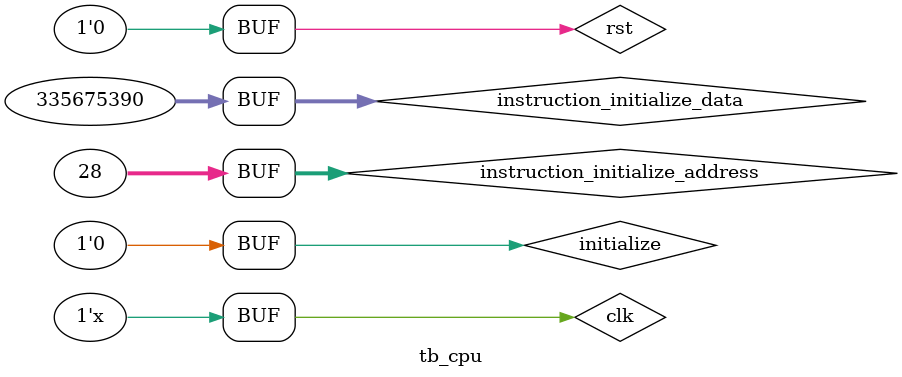
<source format=v>
`timescale 1ns / 1ns


module tb_cpu;

	// Inputs
	reg rst;
	reg clk;
	reg initialize;
	reg [31:0] instruction_initialize_data;
	reg [31:0] instruction_initialize_address;
	
	//Outputs
	wire [31:0] ALUOut;

	// Instantiate the Unit Under Test (UUT)
	cpu uut (
		.rst(rst), 
		.clk(clk), 
		.initialize(initialize), 
		.instruction_initialize_data(instruction_initialize_data), 
		.instruction_initialize_address(instruction_initialize_address),
		.ALUOut(ALUOut)
	);

	initial begin
		// Initialize Inputs
		rst = 1;
		clk = 0;
		initialize = 1;
		instruction_initialize_data = 0;
		instruction_initialize_address = 0;

		#100;
      //instruction_initialize_data = 32'b001000_00001_00110_00000_00000_00_0101;
      
        instruction_initialize_address = 0;
		instruction_initialize_data = 32'b001000_00001_01000_00000_00000_00_0101;      // ADDI R8, R1, 5
		#20;
		instruction_initialize_address = 4;
		instruction_initialize_data = 32'b000000_00000_00010_00001_00000_10_0000;      // ADD R1, R0, R2
		#20;
		instruction_initialize_address = 8;
		instruction_initialize_data = 32'b000000_00100_00100_01000_00000_10_0010;      // SUB R8, R4, $4
		#20;
		instruction_initialize_address = 12;
		instruction_initialize_data = 32'b000000_00101_00110_00111_00000_10_0101;      // OR R5, R6, 7
		#20;
		instruction_initialize_address = 16;
        instruction_initialize_data = 32'b001111_00000_00000_00000_00000_00_0111;   //LUI R0, 7		#20;
		#20;
		
		instruction_initialize_address = 20;
		instruction_initialize_data = 32'b000010_00000_00000_00000_00000_00_0110; //Jump 24
		#20;

        
		
		instruction_initialize_address = 24;
        instruction_initialize_data = 32'b000000_00111_01001_00001_00000_10_1010;      // SLT, R1  R7, R9,
        #20;
		
		instruction_initialize_address = 28;
        instruction_initialize_data = 32'b000101_00000_00001_11111_11111_11_1110;      // BEQ R0, R0, 2
        #20;
		
		
		
		
		initialize = 0;
		rst = 0;
		
	end
      
always
#5 clk = ~clk;
endmodule


</source>
